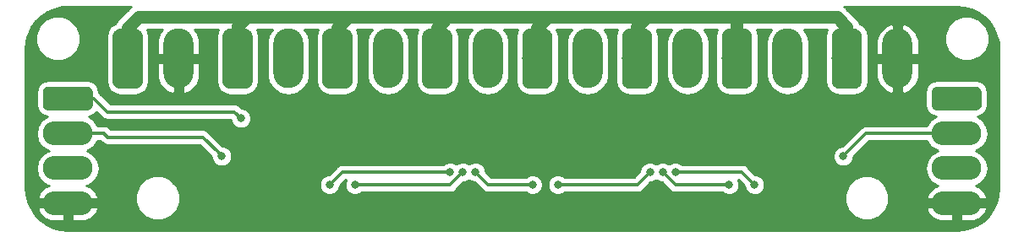
<source format=gbr>
G04 #@! TF.GenerationSoftware,KiCad,Pcbnew,(5.0.1-3-g963ef8bb5)*
G04 #@! TF.CreationDate,2020-01-09T21:08:13+01:00*
G04 #@! TF.ProjectId,WS2801_ledmodule_rev2,5753323830315F6C65646D6F64756C65,rev?*
G04 #@! TF.SameCoordinates,Original*
G04 #@! TF.FileFunction,Copper,L2,Bot,Signal*
G04 #@! TF.FilePolarity,Positive*
%FSLAX46Y46*%
G04 Gerber Fmt 4.6, Leading zero omitted, Abs format (unit mm)*
G04 Created by KiCad (PCBNEW (5.0.1-3-g963ef8bb5)) date Thursday, 09 January 2020 at 21:08:13*
%MOMM*%
%LPD*%
G01*
G04 APERTURE LIST*
G04 #@! TA.AperFunction,ComponentPad*
%ADD10O,5.000000X2.400000*%
G04 #@! TD*
G04 #@! TA.AperFunction,Conductor*
%ADD11C,0.100000*%
G04 #@! TD*
G04 #@! TA.AperFunction,ComponentPad*
%ADD12C,2.400000*%
G04 #@! TD*
G04 #@! TA.AperFunction,ComponentPad*
%ADD13O,3.000000X6.000000*%
G04 #@! TD*
G04 #@! TA.AperFunction,ComponentPad*
%ADD14C,3.000000*%
G04 #@! TD*
G04 #@! TA.AperFunction,ViaPad*
%ADD15C,0.800000*%
G04 #@! TD*
G04 #@! TA.AperFunction,Conductor*
%ADD16C,0.300000*%
G04 #@! TD*
G04 #@! TA.AperFunction,Conductor*
%ADD17C,1.270000*%
G04 #@! TD*
G04 #@! TA.AperFunction,Conductor*
%ADD18C,0.254000*%
G04 #@! TD*
G04 APERTURE END LIST*
D10*
G04 #@! TO.P,GND   Dat   Clk   5V,4*
G04 #@! TO.N,GND*
X170000000Y-55500000D03*
G04 #@! TO.P,GND   Dat   Clk   5V,3*
G04 #@! TO.N,/Data_In*
X170000000Y-52000000D03*
G04 #@! TO.P,GND   Dat   Clk   5V,2*
G04 #@! TO.N,/Clock_In*
X170000000Y-48500000D03*
D11*
G04 #@! TD*
G04 #@! TO.N,/Vcc*
G04 #@! TO.C,GND   Dat   Clk   5V*
G36*
X171958810Y-43802889D02*
X172017054Y-43811529D01*
X172074171Y-43825836D01*
X172129610Y-43845672D01*
X172182838Y-43870847D01*
X172233342Y-43901118D01*
X172280636Y-43936194D01*
X172324264Y-43975736D01*
X172363806Y-44019364D01*
X172398882Y-44066658D01*
X172429153Y-44117162D01*
X172454328Y-44170390D01*
X172474164Y-44225829D01*
X172488471Y-44282946D01*
X172497111Y-44341190D01*
X172500000Y-44400000D01*
X172500000Y-45600000D01*
X172497111Y-45658810D01*
X172488471Y-45717054D01*
X172474164Y-45774171D01*
X172454328Y-45829610D01*
X172429153Y-45882838D01*
X172398882Y-45933342D01*
X172363806Y-45980636D01*
X172324264Y-46024264D01*
X172280636Y-46063806D01*
X172233342Y-46098882D01*
X172182838Y-46129153D01*
X172129610Y-46154328D01*
X172074171Y-46174164D01*
X172017054Y-46188471D01*
X171958810Y-46197111D01*
X171900000Y-46200000D01*
X168100000Y-46200000D01*
X168041190Y-46197111D01*
X167982946Y-46188471D01*
X167925829Y-46174164D01*
X167870390Y-46154328D01*
X167817162Y-46129153D01*
X167766658Y-46098882D01*
X167719364Y-46063806D01*
X167675736Y-46024264D01*
X167636194Y-45980636D01*
X167601118Y-45933342D01*
X167570847Y-45882838D01*
X167545672Y-45829610D01*
X167525836Y-45774171D01*
X167511529Y-45717054D01*
X167502889Y-45658810D01*
X167500000Y-45600000D01*
X167500000Y-44400000D01*
X167502889Y-44341190D01*
X167511529Y-44282946D01*
X167525836Y-44225829D01*
X167545672Y-44170390D01*
X167570847Y-44117162D01*
X167601118Y-44066658D01*
X167636194Y-44019364D01*
X167675736Y-43975736D01*
X167719364Y-43936194D01*
X167766658Y-43901118D01*
X167817162Y-43870847D01*
X167870390Y-43845672D01*
X167925829Y-43825836D01*
X167982946Y-43811529D01*
X168041190Y-43802889D01*
X168100000Y-43800000D01*
X171900000Y-43800000D01*
X171958810Y-43802889D01*
X171958810Y-43802889D01*
G37*
D12*
G04 #@! TO.P,GND   Dat   Clk   5V,1*
G04 #@! TO.N,/Vcc*
X170000000Y-45000000D03*
G04 #@! TD*
D10*
G04 #@! TO.P,5V   Clk   Dat   GND,4*
G04 #@! TO.N,GND*
X259000000Y-55500000D03*
G04 #@! TO.P,5V   Clk   Dat   GND,3*
G04 #@! TO.N,/Data_Out*
X259000000Y-52000000D03*
G04 #@! TO.P,5V   Clk   Dat   GND,2*
G04 #@! TO.N,/Clock_Out*
X259000000Y-48500000D03*
D11*
G04 #@! TD*
G04 #@! TO.N,/Vcc*
G04 #@! TO.C,5V   Clk   Dat   GND*
G36*
X260958810Y-43802889D02*
X261017054Y-43811529D01*
X261074171Y-43825836D01*
X261129610Y-43845672D01*
X261182838Y-43870847D01*
X261233342Y-43901118D01*
X261280636Y-43936194D01*
X261324264Y-43975736D01*
X261363806Y-44019364D01*
X261398882Y-44066658D01*
X261429153Y-44117162D01*
X261454328Y-44170390D01*
X261474164Y-44225829D01*
X261488471Y-44282946D01*
X261497111Y-44341190D01*
X261500000Y-44400000D01*
X261500000Y-45600000D01*
X261497111Y-45658810D01*
X261488471Y-45717054D01*
X261474164Y-45774171D01*
X261454328Y-45829610D01*
X261429153Y-45882838D01*
X261398882Y-45933342D01*
X261363806Y-45980636D01*
X261324264Y-46024264D01*
X261280636Y-46063806D01*
X261233342Y-46098882D01*
X261182838Y-46129153D01*
X261129610Y-46154328D01*
X261074171Y-46174164D01*
X261017054Y-46188471D01*
X260958810Y-46197111D01*
X260900000Y-46200000D01*
X257100000Y-46200000D01*
X257041190Y-46197111D01*
X256982946Y-46188471D01*
X256925829Y-46174164D01*
X256870390Y-46154328D01*
X256817162Y-46129153D01*
X256766658Y-46098882D01*
X256719364Y-46063806D01*
X256675736Y-46024264D01*
X256636194Y-45980636D01*
X256601118Y-45933342D01*
X256570847Y-45882838D01*
X256545672Y-45829610D01*
X256525836Y-45774171D01*
X256511529Y-45717054D01*
X256502889Y-45658810D01*
X256500000Y-45600000D01*
X256500000Y-44400000D01*
X256502889Y-44341190D01*
X256511529Y-44282946D01*
X256525836Y-44225829D01*
X256545672Y-44170390D01*
X256570847Y-44117162D01*
X256601118Y-44066658D01*
X256636194Y-44019364D01*
X256675736Y-43975736D01*
X256719364Y-43936194D01*
X256766658Y-43901118D01*
X256817162Y-43870847D01*
X256870390Y-43845672D01*
X256925829Y-43825836D01*
X256982946Y-43811529D01*
X257041190Y-43802889D01*
X257100000Y-43800000D01*
X260900000Y-43800000D01*
X260958810Y-43802889D01*
X260958810Y-43802889D01*
G37*
D12*
G04 #@! TO.P,5V   Clk   Dat   GND,1*
G04 #@! TO.N,/Vcc*
X259000000Y-45000000D03*
G04 #@! TD*
D13*
G04 #@! TO.P,+12V    LED3,2*
G04 #@! TO.N,Net-(J4-Pad2)*
X212080000Y-41000000D03*
D11*
G04 #@! TD*
G04 #@! TO.N,+12V*
G04 #@! TO.C,+12V    LED3*
G36*
X207823513Y-38003611D02*
X207896318Y-38014411D01*
X207967714Y-38032295D01*
X208037013Y-38057090D01*
X208103548Y-38088559D01*
X208166678Y-38126398D01*
X208225795Y-38170242D01*
X208280330Y-38219670D01*
X208329758Y-38274205D01*
X208373602Y-38333322D01*
X208411441Y-38396452D01*
X208442910Y-38462987D01*
X208467705Y-38532286D01*
X208485589Y-38603682D01*
X208496389Y-38676487D01*
X208500000Y-38750000D01*
X208500000Y-43250000D01*
X208496389Y-43323513D01*
X208485589Y-43396318D01*
X208467705Y-43467714D01*
X208442910Y-43537013D01*
X208411441Y-43603548D01*
X208373602Y-43666678D01*
X208329758Y-43725795D01*
X208280330Y-43780330D01*
X208225795Y-43829758D01*
X208166678Y-43873602D01*
X208103548Y-43911441D01*
X208037013Y-43942910D01*
X207967714Y-43967705D01*
X207896318Y-43985589D01*
X207823513Y-43996389D01*
X207750000Y-44000000D01*
X206250000Y-44000000D01*
X206176487Y-43996389D01*
X206103682Y-43985589D01*
X206032286Y-43967705D01*
X205962987Y-43942910D01*
X205896452Y-43911441D01*
X205833322Y-43873602D01*
X205774205Y-43829758D01*
X205719670Y-43780330D01*
X205670242Y-43725795D01*
X205626398Y-43666678D01*
X205588559Y-43603548D01*
X205557090Y-43537013D01*
X205532295Y-43467714D01*
X205514411Y-43396318D01*
X205503611Y-43323513D01*
X205500000Y-43250000D01*
X205500000Y-38750000D01*
X205503611Y-38676487D01*
X205514411Y-38603682D01*
X205532295Y-38532286D01*
X205557090Y-38462987D01*
X205588559Y-38396452D01*
X205626398Y-38333322D01*
X205670242Y-38274205D01*
X205719670Y-38219670D01*
X205774205Y-38170242D01*
X205833322Y-38126398D01*
X205896452Y-38088559D01*
X205962987Y-38057090D01*
X206032286Y-38032295D01*
X206103682Y-38014411D01*
X206176487Y-38003611D01*
X206250000Y-38000000D01*
X207750000Y-38000000D01*
X207823513Y-38003611D01*
X207823513Y-38003611D01*
G37*
D14*
G04 #@! TO.P,+12V    LED3,1*
G04 #@! TO.N,+12V*
X207000000Y-41000000D03*
G04 #@! TD*
D11*
G04 #@! TO.N,+12V*
G04 #@! TO.C,+12V    LED2*
G36*
X197823513Y-38003611D02*
X197896318Y-38014411D01*
X197967714Y-38032295D01*
X198037013Y-38057090D01*
X198103548Y-38088559D01*
X198166678Y-38126398D01*
X198225795Y-38170242D01*
X198280330Y-38219670D01*
X198329758Y-38274205D01*
X198373602Y-38333322D01*
X198411441Y-38396452D01*
X198442910Y-38462987D01*
X198467705Y-38532286D01*
X198485589Y-38603682D01*
X198496389Y-38676487D01*
X198500000Y-38750000D01*
X198500000Y-43250000D01*
X198496389Y-43323513D01*
X198485589Y-43396318D01*
X198467705Y-43467714D01*
X198442910Y-43537013D01*
X198411441Y-43603548D01*
X198373602Y-43666678D01*
X198329758Y-43725795D01*
X198280330Y-43780330D01*
X198225795Y-43829758D01*
X198166678Y-43873602D01*
X198103548Y-43911441D01*
X198037013Y-43942910D01*
X197967714Y-43967705D01*
X197896318Y-43985589D01*
X197823513Y-43996389D01*
X197750000Y-44000000D01*
X196250000Y-44000000D01*
X196176487Y-43996389D01*
X196103682Y-43985589D01*
X196032286Y-43967705D01*
X195962987Y-43942910D01*
X195896452Y-43911441D01*
X195833322Y-43873602D01*
X195774205Y-43829758D01*
X195719670Y-43780330D01*
X195670242Y-43725795D01*
X195626398Y-43666678D01*
X195588559Y-43603548D01*
X195557090Y-43537013D01*
X195532295Y-43467714D01*
X195514411Y-43396318D01*
X195503611Y-43323513D01*
X195500000Y-43250000D01*
X195500000Y-38750000D01*
X195503611Y-38676487D01*
X195514411Y-38603682D01*
X195532295Y-38532286D01*
X195557090Y-38462987D01*
X195588559Y-38396452D01*
X195626398Y-38333322D01*
X195670242Y-38274205D01*
X195719670Y-38219670D01*
X195774205Y-38170242D01*
X195833322Y-38126398D01*
X195896452Y-38088559D01*
X195962987Y-38057090D01*
X196032286Y-38032295D01*
X196103682Y-38014411D01*
X196176487Y-38003611D01*
X196250000Y-38000000D01*
X197750000Y-38000000D01*
X197823513Y-38003611D01*
X197823513Y-38003611D01*
G37*
D14*
G04 #@! TD*
G04 #@! TO.P,+12V    LED2,1*
G04 #@! TO.N,+12V*
X197000000Y-41000000D03*
D13*
G04 #@! TO.P,+12V    LED2,2*
G04 #@! TO.N,Net-(J3-Pad2)*
X202080000Y-41000000D03*
G04 #@! TD*
D11*
G04 #@! TO.N,+12V*
G04 #@! TO.C,+12V    GND*
G36*
X176823513Y-38003611D02*
X176896318Y-38014411D01*
X176967714Y-38032295D01*
X177037013Y-38057090D01*
X177103548Y-38088559D01*
X177166678Y-38126398D01*
X177225795Y-38170242D01*
X177280330Y-38219670D01*
X177329758Y-38274205D01*
X177373602Y-38333322D01*
X177411441Y-38396452D01*
X177442910Y-38462987D01*
X177467705Y-38532286D01*
X177485589Y-38603682D01*
X177496389Y-38676487D01*
X177500000Y-38750000D01*
X177500000Y-43250000D01*
X177496389Y-43323513D01*
X177485589Y-43396318D01*
X177467705Y-43467714D01*
X177442910Y-43537013D01*
X177411441Y-43603548D01*
X177373602Y-43666678D01*
X177329758Y-43725795D01*
X177280330Y-43780330D01*
X177225795Y-43829758D01*
X177166678Y-43873602D01*
X177103548Y-43911441D01*
X177037013Y-43942910D01*
X176967714Y-43967705D01*
X176896318Y-43985589D01*
X176823513Y-43996389D01*
X176750000Y-44000000D01*
X175250000Y-44000000D01*
X175176487Y-43996389D01*
X175103682Y-43985589D01*
X175032286Y-43967705D01*
X174962987Y-43942910D01*
X174896452Y-43911441D01*
X174833322Y-43873602D01*
X174774205Y-43829758D01*
X174719670Y-43780330D01*
X174670242Y-43725795D01*
X174626398Y-43666678D01*
X174588559Y-43603548D01*
X174557090Y-43537013D01*
X174532295Y-43467714D01*
X174514411Y-43396318D01*
X174503611Y-43323513D01*
X174500000Y-43250000D01*
X174500000Y-38750000D01*
X174503611Y-38676487D01*
X174514411Y-38603682D01*
X174532295Y-38532286D01*
X174557090Y-38462987D01*
X174588559Y-38396452D01*
X174626398Y-38333322D01*
X174670242Y-38274205D01*
X174719670Y-38219670D01*
X174774205Y-38170242D01*
X174833322Y-38126398D01*
X174896452Y-38088559D01*
X174962987Y-38057090D01*
X175032286Y-38032295D01*
X175103682Y-38014411D01*
X175176487Y-38003611D01*
X175250000Y-38000000D01*
X176750000Y-38000000D01*
X176823513Y-38003611D01*
X176823513Y-38003611D01*
G37*
D14*
G04 #@! TD*
G04 #@! TO.P,+12V    GND,1*
G04 #@! TO.N,+12V*
X176000000Y-41000000D03*
D13*
G04 #@! TO.P,+12V    GND,2*
G04 #@! TO.N,GND*
X181080000Y-41000000D03*
G04 #@! TD*
G04 #@! TO.P,+12V    LED1,2*
G04 #@! TO.N,Net-(J2-Pad2)*
X192080000Y-41000000D03*
D11*
G04 #@! TD*
G04 #@! TO.N,+12V*
G04 #@! TO.C,+12V    LED1*
G36*
X187823513Y-38003611D02*
X187896318Y-38014411D01*
X187967714Y-38032295D01*
X188037013Y-38057090D01*
X188103548Y-38088559D01*
X188166678Y-38126398D01*
X188225795Y-38170242D01*
X188280330Y-38219670D01*
X188329758Y-38274205D01*
X188373602Y-38333322D01*
X188411441Y-38396452D01*
X188442910Y-38462987D01*
X188467705Y-38532286D01*
X188485589Y-38603682D01*
X188496389Y-38676487D01*
X188500000Y-38750000D01*
X188500000Y-43250000D01*
X188496389Y-43323513D01*
X188485589Y-43396318D01*
X188467705Y-43467714D01*
X188442910Y-43537013D01*
X188411441Y-43603548D01*
X188373602Y-43666678D01*
X188329758Y-43725795D01*
X188280330Y-43780330D01*
X188225795Y-43829758D01*
X188166678Y-43873602D01*
X188103548Y-43911441D01*
X188037013Y-43942910D01*
X187967714Y-43967705D01*
X187896318Y-43985589D01*
X187823513Y-43996389D01*
X187750000Y-44000000D01*
X186250000Y-44000000D01*
X186176487Y-43996389D01*
X186103682Y-43985589D01*
X186032286Y-43967705D01*
X185962987Y-43942910D01*
X185896452Y-43911441D01*
X185833322Y-43873602D01*
X185774205Y-43829758D01*
X185719670Y-43780330D01*
X185670242Y-43725795D01*
X185626398Y-43666678D01*
X185588559Y-43603548D01*
X185557090Y-43537013D01*
X185532295Y-43467714D01*
X185514411Y-43396318D01*
X185503611Y-43323513D01*
X185500000Y-43250000D01*
X185500000Y-38750000D01*
X185503611Y-38676487D01*
X185514411Y-38603682D01*
X185532295Y-38532286D01*
X185557090Y-38462987D01*
X185588559Y-38396452D01*
X185626398Y-38333322D01*
X185670242Y-38274205D01*
X185719670Y-38219670D01*
X185774205Y-38170242D01*
X185833322Y-38126398D01*
X185896452Y-38088559D01*
X185962987Y-38057090D01*
X186032286Y-38032295D01*
X186103682Y-38014411D01*
X186176487Y-38003611D01*
X186250000Y-38000000D01*
X187750000Y-38000000D01*
X187823513Y-38003611D01*
X187823513Y-38003611D01*
G37*
D14*
G04 #@! TO.P,+12V    LED1,1*
G04 #@! TO.N,+12V*
X187000000Y-41000000D03*
G04 #@! TD*
D11*
G04 #@! TO.N,+12V*
G04 #@! TO.C,+12V    LED4*
G36*
X217823513Y-38003611D02*
X217896318Y-38014411D01*
X217967714Y-38032295D01*
X218037013Y-38057090D01*
X218103548Y-38088559D01*
X218166678Y-38126398D01*
X218225795Y-38170242D01*
X218280330Y-38219670D01*
X218329758Y-38274205D01*
X218373602Y-38333322D01*
X218411441Y-38396452D01*
X218442910Y-38462987D01*
X218467705Y-38532286D01*
X218485589Y-38603682D01*
X218496389Y-38676487D01*
X218500000Y-38750000D01*
X218500000Y-43250000D01*
X218496389Y-43323513D01*
X218485589Y-43396318D01*
X218467705Y-43467714D01*
X218442910Y-43537013D01*
X218411441Y-43603548D01*
X218373602Y-43666678D01*
X218329758Y-43725795D01*
X218280330Y-43780330D01*
X218225795Y-43829758D01*
X218166678Y-43873602D01*
X218103548Y-43911441D01*
X218037013Y-43942910D01*
X217967714Y-43967705D01*
X217896318Y-43985589D01*
X217823513Y-43996389D01*
X217750000Y-44000000D01*
X216250000Y-44000000D01*
X216176487Y-43996389D01*
X216103682Y-43985589D01*
X216032286Y-43967705D01*
X215962987Y-43942910D01*
X215896452Y-43911441D01*
X215833322Y-43873602D01*
X215774205Y-43829758D01*
X215719670Y-43780330D01*
X215670242Y-43725795D01*
X215626398Y-43666678D01*
X215588559Y-43603548D01*
X215557090Y-43537013D01*
X215532295Y-43467714D01*
X215514411Y-43396318D01*
X215503611Y-43323513D01*
X215500000Y-43250000D01*
X215500000Y-38750000D01*
X215503611Y-38676487D01*
X215514411Y-38603682D01*
X215532295Y-38532286D01*
X215557090Y-38462987D01*
X215588559Y-38396452D01*
X215626398Y-38333322D01*
X215670242Y-38274205D01*
X215719670Y-38219670D01*
X215774205Y-38170242D01*
X215833322Y-38126398D01*
X215896452Y-38088559D01*
X215962987Y-38057090D01*
X216032286Y-38032295D01*
X216103682Y-38014411D01*
X216176487Y-38003611D01*
X216250000Y-38000000D01*
X217750000Y-38000000D01*
X217823513Y-38003611D01*
X217823513Y-38003611D01*
G37*
D14*
G04 #@! TD*
G04 #@! TO.P,+12V    LED4,1*
G04 #@! TO.N,+12V*
X217000000Y-41000000D03*
D13*
G04 #@! TO.P,+12V    LED4,2*
G04 #@! TO.N,Net-(J5-Pad2)*
X222080000Y-41000000D03*
G04 #@! TD*
G04 #@! TO.P,+12V    LED5,2*
G04 #@! TO.N,Net-(J6-Pad2)*
X232080000Y-41000000D03*
D11*
G04 #@! TD*
G04 #@! TO.N,+12V*
G04 #@! TO.C,+12V    LED5*
G36*
X227823513Y-38003611D02*
X227896318Y-38014411D01*
X227967714Y-38032295D01*
X228037013Y-38057090D01*
X228103548Y-38088559D01*
X228166678Y-38126398D01*
X228225795Y-38170242D01*
X228280330Y-38219670D01*
X228329758Y-38274205D01*
X228373602Y-38333322D01*
X228411441Y-38396452D01*
X228442910Y-38462987D01*
X228467705Y-38532286D01*
X228485589Y-38603682D01*
X228496389Y-38676487D01*
X228500000Y-38750000D01*
X228500000Y-43250000D01*
X228496389Y-43323513D01*
X228485589Y-43396318D01*
X228467705Y-43467714D01*
X228442910Y-43537013D01*
X228411441Y-43603548D01*
X228373602Y-43666678D01*
X228329758Y-43725795D01*
X228280330Y-43780330D01*
X228225795Y-43829758D01*
X228166678Y-43873602D01*
X228103548Y-43911441D01*
X228037013Y-43942910D01*
X227967714Y-43967705D01*
X227896318Y-43985589D01*
X227823513Y-43996389D01*
X227750000Y-44000000D01*
X226250000Y-44000000D01*
X226176487Y-43996389D01*
X226103682Y-43985589D01*
X226032286Y-43967705D01*
X225962987Y-43942910D01*
X225896452Y-43911441D01*
X225833322Y-43873602D01*
X225774205Y-43829758D01*
X225719670Y-43780330D01*
X225670242Y-43725795D01*
X225626398Y-43666678D01*
X225588559Y-43603548D01*
X225557090Y-43537013D01*
X225532295Y-43467714D01*
X225514411Y-43396318D01*
X225503611Y-43323513D01*
X225500000Y-43250000D01*
X225500000Y-38750000D01*
X225503611Y-38676487D01*
X225514411Y-38603682D01*
X225532295Y-38532286D01*
X225557090Y-38462987D01*
X225588559Y-38396452D01*
X225626398Y-38333322D01*
X225670242Y-38274205D01*
X225719670Y-38219670D01*
X225774205Y-38170242D01*
X225833322Y-38126398D01*
X225896452Y-38088559D01*
X225962987Y-38057090D01*
X226032286Y-38032295D01*
X226103682Y-38014411D01*
X226176487Y-38003611D01*
X226250000Y-38000000D01*
X227750000Y-38000000D01*
X227823513Y-38003611D01*
X227823513Y-38003611D01*
G37*
D14*
G04 #@! TO.P,+12V    LED5,1*
G04 #@! TO.N,+12V*
X227000000Y-41000000D03*
G04 #@! TD*
D11*
G04 #@! TO.N,+12V*
G04 #@! TO.C,+12V    LED6*
G36*
X237823513Y-38003611D02*
X237896318Y-38014411D01*
X237967714Y-38032295D01*
X238037013Y-38057090D01*
X238103548Y-38088559D01*
X238166678Y-38126398D01*
X238225795Y-38170242D01*
X238280330Y-38219670D01*
X238329758Y-38274205D01*
X238373602Y-38333322D01*
X238411441Y-38396452D01*
X238442910Y-38462987D01*
X238467705Y-38532286D01*
X238485589Y-38603682D01*
X238496389Y-38676487D01*
X238500000Y-38750000D01*
X238500000Y-43250000D01*
X238496389Y-43323513D01*
X238485589Y-43396318D01*
X238467705Y-43467714D01*
X238442910Y-43537013D01*
X238411441Y-43603548D01*
X238373602Y-43666678D01*
X238329758Y-43725795D01*
X238280330Y-43780330D01*
X238225795Y-43829758D01*
X238166678Y-43873602D01*
X238103548Y-43911441D01*
X238037013Y-43942910D01*
X237967714Y-43967705D01*
X237896318Y-43985589D01*
X237823513Y-43996389D01*
X237750000Y-44000000D01*
X236250000Y-44000000D01*
X236176487Y-43996389D01*
X236103682Y-43985589D01*
X236032286Y-43967705D01*
X235962987Y-43942910D01*
X235896452Y-43911441D01*
X235833322Y-43873602D01*
X235774205Y-43829758D01*
X235719670Y-43780330D01*
X235670242Y-43725795D01*
X235626398Y-43666678D01*
X235588559Y-43603548D01*
X235557090Y-43537013D01*
X235532295Y-43467714D01*
X235514411Y-43396318D01*
X235503611Y-43323513D01*
X235500000Y-43250000D01*
X235500000Y-38750000D01*
X235503611Y-38676487D01*
X235514411Y-38603682D01*
X235532295Y-38532286D01*
X235557090Y-38462987D01*
X235588559Y-38396452D01*
X235626398Y-38333322D01*
X235670242Y-38274205D01*
X235719670Y-38219670D01*
X235774205Y-38170242D01*
X235833322Y-38126398D01*
X235896452Y-38088559D01*
X235962987Y-38057090D01*
X236032286Y-38032295D01*
X236103682Y-38014411D01*
X236176487Y-38003611D01*
X236250000Y-38000000D01*
X237750000Y-38000000D01*
X237823513Y-38003611D01*
X237823513Y-38003611D01*
G37*
D14*
G04 #@! TD*
G04 #@! TO.P,+12V    LED6,1*
G04 #@! TO.N,+12V*
X237000000Y-41000000D03*
D13*
G04 #@! TO.P,+12V    LED6,2*
G04 #@! TO.N,Net-(J7-Pad2)*
X242080000Y-41000000D03*
G04 #@! TD*
G04 #@! TO.P,+12V    GND,2*
G04 #@! TO.N,GND*
X253080000Y-41000000D03*
D11*
G04 #@! TD*
G04 #@! TO.N,+12V*
G04 #@! TO.C,+12V    GND*
G36*
X248823513Y-38003611D02*
X248896318Y-38014411D01*
X248967714Y-38032295D01*
X249037013Y-38057090D01*
X249103548Y-38088559D01*
X249166678Y-38126398D01*
X249225795Y-38170242D01*
X249280330Y-38219670D01*
X249329758Y-38274205D01*
X249373602Y-38333322D01*
X249411441Y-38396452D01*
X249442910Y-38462987D01*
X249467705Y-38532286D01*
X249485589Y-38603682D01*
X249496389Y-38676487D01*
X249500000Y-38750000D01*
X249500000Y-43250000D01*
X249496389Y-43323513D01*
X249485589Y-43396318D01*
X249467705Y-43467714D01*
X249442910Y-43537013D01*
X249411441Y-43603548D01*
X249373602Y-43666678D01*
X249329758Y-43725795D01*
X249280330Y-43780330D01*
X249225795Y-43829758D01*
X249166678Y-43873602D01*
X249103548Y-43911441D01*
X249037013Y-43942910D01*
X248967714Y-43967705D01*
X248896318Y-43985589D01*
X248823513Y-43996389D01*
X248750000Y-44000000D01*
X247250000Y-44000000D01*
X247176487Y-43996389D01*
X247103682Y-43985589D01*
X247032286Y-43967705D01*
X246962987Y-43942910D01*
X246896452Y-43911441D01*
X246833322Y-43873602D01*
X246774205Y-43829758D01*
X246719670Y-43780330D01*
X246670242Y-43725795D01*
X246626398Y-43666678D01*
X246588559Y-43603548D01*
X246557090Y-43537013D01*
X246532295Y-43467714D01*
X246514411Y-43396318D01*
X246503611Y-43323513D01*
X246500000Y-43250000D01*
X246500000Y-38750000D01*
X246503611Y-38676487D01*
X246514411Y-38603682D01*
X246532295Y-38532286D01*
X246557090Y-38462987D01*
X246588559Y-38396452D01*
X246626398Y-38333322D01*
X246670242Y-38274205D01*
X246719670Y-38219670D01*
X246774205Y-38170242D01*
X246833322Y-38126398D01*
X246896452Y-38088559D01*
X246962987Y-38057090D01*
X247032286Y-38032295D01*
X247103682Y-38014411D01*
X247176487Y-38003611D01*
X247250000Y-38000000D01*
X248750000Y-38000000D01*
X248823513Y-38003611D01*
X248823513Y-38003611D01*
G37*
D14*
G04 #@! TO.P,+12V    GND,1*
G04 #@! TO.N,+12V*
X248000000Y-41000000D03*
G04 #@! TD*
D15*
G04 #@! TO.N,GND*
X234950000Y-50482500D03*
X215265000Y-50482500D03*
X217805000Y-50482500D03*
X237490000Y-50482500D03*
X194945000Y-50482500D03*
X200977500Y-47625000D03*
X197485000Y-50482500D03*
X221297500Y-47625000D03*
X233045000Y-47625000D03*
X240982500Y-47625000D03*
X232092500Y-55880000D03*
X212090000Y-55880000D03*
X187325000Y-45402500D03*
X187325000Y-48577500D03*
X185420000Y-52705000D03*
X213677500Y-47625000D03*
X182880000Y-45085000D03*
X178435000Y-47625000D03*
X178435000Y-45085000D03*
G04 #@! TO.N,/Clock_In*
X185420000Y-50800000D03*
G04 #@! TO.N,/LED3*
X210820000Y-52387500D03*
X216535000Y-53657500D03*
G04 #@! TO.N,/LED2*
X209550000Y-52387496D03*
X198755000Y-53657500D03*
G04 #@! TO.N,/LED1*
X208280000Y-52387500D03*
X196215000Y-53657500D03*
G04 #@! TO.N,/LED4*
X219075000Y-53657500D03*
X228282500Y-52387500D03*
G04 #@! TO.N,/LED5*
X236220000Y-53657500D03*
X229552500Y-52387500D03*
G04 #@! TO.N,/LED6*
X238760000Y-53657500D03*
X230822500Y-52387500D03*
G04 #@! TO.N,/Vcc*
X187325000Y-46990000D03*
G04 #@! TO.N,/Clock_Out*
X247650000Y-50799988D03*
G04 #@! TD*
D16*
G04 #@! TO.N,/Clock_In*
X185020001Y-50400001D02*
X185420000Y-50800000D01*
X183515000Y-48895000D02*
X185020001Y-50400001D01*
X173990000Y-48895000D02*
X183515000Y-48895000D01*
X173595000Y-48500000D02*
X173990000Y-48895000D01*
X170000000Y-48500000D02*
X173595000Y-48500000D01*
G04 #@! TO.N,/LED3*
X212090000Y-53657500D02*
X210820000Y-52387500D01*
X216535000Y-53657500D02*
X212090000Y-53657500D01*
G04 #@! TO.N,/LED2*
X208279996Y-53657500D02*
X209550000Y-52387496D01*
X198755000Y-53657500D02*
X208279996Y-53657500D01*
G04 #@! TO.N,/LED1*
X197485000Y-52387500D02*
X196215000Y-53657500D01*
X208280000Y-52387500D02*
X197485000Y-52387500D01*
G04 #@! TO.N,/LED4*
X219075000Y-53657500D02*
X227012500Y-53657500D01*
X227012500Y-53657500D02*
X228282500Y-52387500D01*
G04 #@! TO.N,/LED5*
X230822500Y-53657500D02*
X229552500Y-52387500D01*
X236220000Y-53657500D02*
X230822500Y-53657500D01*
G04 #@! TO.N,/LED6*
X237490000Y-52387500D02*
X238760000Y-53657500D01*
X230822500Y-52387500D02*
X237490000Y-52387500D01*
D17*
G04 #@! TO.N,+12V*
X248000000Y-37815000D02*
X248000000Y-41000000D01*
X247015000Y-36830000D02*
X248000000Y-37815000D01*
X237000000Y-41000000D02*
X237000000Y-36975000D01*
X237000000Y-36975000D02*
X236855000Y-36830000D01*
X236855000Y-36830000D02*
X247015000Y-36830000D01*
X227000000Y-37795000D02*
X227965000Y-36830000D01*
X227000000Y-41000000D02*
X227000000Y-37795000D01*
X227965000Y-36830000D02*
X236855000Y-36830000D01*
X217805000Y-37095000D02*
X217805000Y-36830000D01*
X217000000Y-37900000D02*
X217805000Y-37095000D01*
X217000000Y-41000000D02*
X217000000Y-37900000D01*
X217805000Y-36830000D02*
X227965000Y-36830000D01*
X207000000Y-37900000D02*
X207645000Y-37255000D01*
X207000000Y-41000000D02*
X207000000Y-37900000D01*
X207645000Y-36830000D02*
X217805000Y-36830000D01*
X207645000Y-37255000D02*
X207645000Y-36830000D01*
X198070000Y-36830000D02*
X198120000Y-36830000D01*
X197000000Y-37900000D02*
X198070000Y-36830000D01*
X197000000Y-41000000D02*
X197000000Y-37900000D01*
X198120000Y-36830000D02*
X207645000Y-36830000D01*
X187325000Y-36830000D02*
X198120000Y-36830000D01*
X187000000Y-37775000D02*
X187000000Y-41000000D01*
X187960000Y-36830000D02*
X187000000Y-37775000D01*
X177070000Y-36830000D02*
X187960000Y-36830000D01*
X176000000Y-37900000D02*
X177070000Y-36830000D01*
X176000000Y-41000000D02*
X176000000Y-37900000D01*
D16*
G04 #@! TO.N,/Vcc*
X186690000Y-46355000D02*
X187325000Y-46990000D01*
X173990000Y-46355000D02*
X186690000Y-46355000D01*
X172635000Y-45000000D02*
X173990000Y-46355000D01*
X170000000Y-45000000D02*
X172635000Y-45000000D01*
G04 #@! TO.N,/Clock_Out*
X259000000Y-48500000D02*
X249949988Y-48500000D01*
X249949988Y-48500000D02*
X248049999Y-50399989D01*
X248049999Y-50399989D02*
X247650000Y-50799988D01*
G04 #@! TD*
D18*
G04 #@! TO.N,GND*
G36*
X176269914Y-35837186D02*
X176154382Y-35914382D01*
X176083530Y-36020419D01*
X175190419Y-36913531D01*
X175084383Y-36984382D01*
X175013532Y-37090418D01*
X175013530Y-37090420D01*
X174803688Y-37404471D01*
X174796053Y-37442856D01*
X174715223Y-37458934D01*
X174261861Y-37761861D01*
X173958934Y-38215223D01*
X173852560Y-38750000D01*
X173852560Y-43250000D01*
X173958934Y-43784777D01*
X174261861Y-44238139D01*
X174715223Y-44541066D01*
X175250000Y-44647440D01*
X176750000Y-44647440D01*
X177284777Y-44541066D01*
X177738139Y-44238139D01*
X178041066Y-43784777D01*
X178147440Y-43250000D01*
X178147440Y-41381000D01*
X178945000Y-41381000D01*
X178945000Y-42881000D01*
X179253320Y-43669027D01*
X179839735Y-44279080D01*
X180375064Y-44515264D01*
X180699000Y-44439176D01*
X180699000Y-41381000D01*
X181461000Y-41381000D01*
X181461000Y-44439176D01*
X181784936Y-44515264D01*
X182320265Y-44279080D01*
X182906680Y-43669027D01*
X183215000Y-42881000D01*
X183215000Y-41381000D01*
X181461000Y-41381000D01*
X180699000Y-41381000D01*
X178945000Y-41381000D01*
X178147440Y-41381000D01*
X178147440Y-38750000D01*
X178041066Y-38215223D01*
X177964076Y-38100000D01*
X179475343Y-38100000D01*
X179253320Y-38330973D01*
X178945000Y-39119000D01*
X178945000Y-40619000D01*
X180699000Y-40619000D01*
X180699000Y-40599000D01*
X181461000Y-40599000D01*
X181461000Y-40619000D01*
X183215000Y-40619000D01*
X183215000Y-39119000D01*
X182906680Y-38330973D01*
X182684657Y-38100000D01*
X185035924Y-38100000D01*
X184958934Y-38215223D01*
X184852560Y-38750000D01*
X184852560Y-43250000D01*
X184958934Y-43784777D01*
X185261861Y-44238139D01*
X185715223Y-44541066D01*
X186250000Y-44647440D01*
X187750000Y-44647440D01*
X188284777Y-44541066D01*
X188738139Y-44238139D01*
X189041066Y-43784777D01*
X189147440Y-43250000D01*
X189147440Y-38750000D01*
X189041066Y-38215223D01*
X188964076Y-38100000D01*
X190447708Y-38100000D01*
X190068874Y-38666965D01*
X189945000Y-39289722D01*
X189945000Y-42710279D01*
X190068875Y-43333036D01*
X190540752Y-44039249D01*
X191246965Y-44511126D01*
X192080000Y-44676827D01*
X192913036Y-44511126D01*
X193619249Y-44039249D01*
X194091126Y-43333036D01*
X194215000Y-42710279D01*
X194215000Y-39289721D01*
X194091126Y-38666964D01*
X193712292Y-38100000D01*
X195035924Y-38100000D01*
X194958934Y-38215223D01*
X194852560Y-38750000D01*
X194852560Y-43250000D01*
X194958934Y-43784777D01*
X195261861Y-44238139D01*
X195715223Y-44541066D01*
X196250000Y-44647440D01*
X197750000Y-44647440D01*
X198284777Y-44541066D01*
X198738139Y-44238139D01*
X199041066Y-43784777D01*
X199147440Y-43250000D01*
X199147440Y-38750000D01*
X199041066Y-38215223D01*
X198964076Y-38100000D01*
X200447708Y-38100000D01*
X200068874Y-38666965D01*
X199945000Y-39289722D01*
X199945000Y-42710279D01*
X200068875Y-43333036D01*
X200540752Y-44039249D01*
X201246965Y-44511126D01*
X202080000Y-44676827D01*
X202913036Y-44511126D01*
X203619249Y-44039249D01*
X204091126Y-43333036D01*
X204215000Y-42710279D01*
X204215000Y-39289721D01*
X204091126Y-38666964D01*
X203712292Y-38100000D01*
X205035924Y-38100000D01*
X204958934Y-38215223D01*
X204852560Y-38750000D01*
X204852560Y-43250000D01*
X204958934Y-43784777D01*
X205261861Y-44238139D01*
X205715223Y-44541066D01*
X206250000Y-44647440D01*
X207750000Y-44647440D01*
X208284777Y-44541066D01*
X208738139Y-44238139D01*
X209041066Y-43784777D01*
X209147440Y-43250000D01*
X209147440Y-38750000D01*
X209041066Y-38215223D01*
X208964076Y-38100000D01*
X210447708Y-38100000D01*
X210068874Y-38666965D01*
X209945000Y-39289722D01*
X209945000Y-42710279D01*
X210068875Y-43333036D01*
X210540752Y-44039249D01*
X211246965Y-44511126D01*
X212080000Y-44676827D01*
X212913036Y-44511126D01*
X213619249Y-44039249D01*
X214091126Y-43333036D01*
X214215000Y-42710279D01*
X214215000Y-39289721D01*
X214091126Y-38666964D01*
X213712292Y-38100000D01*
X215035924Y-38100000D01*
X214958934Y-38215223D01*
X214852560Y-38750000D01*
X214852560Y-43250000D01*
X214958934Y-43784777D01*
X215261861Y-44238139D01*
X215715223Y-44541066D01*
X216250000Y-44647440D01*
X217750000Y-44647440D01*
X218284777Y-44541066D01*
X218738139Y-44238139D01*
X219041066Y-43784777D01*
X219147440Y-43250000D01*
X219147440Y-38750000D01*
X219041066Y-38215223D01*
X218964076Y-38100000D01*
X220447708Y-38100000D01*
X220068874Y-38666965D01*
X219945000Y-39289722D01*
X219945000Y-42710279D01*
X220068875Y-43333036D01*
X220540752Y-44039249D01*
X221246965Y-44511126D01*
X222080000Y-44676827D01*
X222913036Y-44511126D01*
X223619249Y-44039249D01*
X224091126Y-43333036D01*
X224215000Y-42710279D01*
X224215000Y-39289721D01*
X224091126Y-38666964D01*
X223712292Y-38100000D01*
X225035924Y-38100000D01*
X224958934Y-38215223D01*
X224852560Y-38750000D01*
X224852560Y-43250000D01*
X224958934Y-43784777D01*
X225261861Y-44238139D01*
X225715223Y-44541066D01*
X226250000Y-44647440D01*
X227750000Y-44647440D01*
X228284777Y-44541066D01*
X228738139Y-44238139D01*
X229041066Y-43784777D01*
X229147440Y-43250000D01*
X229147440Y-38750000D01*
X229041066Y-38215223D01*
X228964076Y-38100000D01*
X230447708Y-38100000D01*
X230068874Y-38666965D01*
X229945000Y-39289722D01*
X229945000Y-42710279D01*
X230068875Y-43333036D01*
X230540752Y-44039249D01*
X231246965Y-44511126D01*
X232080000Y-44676827D01*
X232913036Y-44511126D01*
X233619249Y-44039249D01*
X234091126Y-43333036D01*
X234215000Y-42710279D01*
X234215000Y-39289721D01*
X234091126Y-38666964D01*
X233712292Y-38100000D01*
X235035924Y-38100000D01*
X234958934Y-38215223D01*
X234852560Y-38750000D01*
X234852560Y-43250000D01*
X234958934Y-43784777D01*
X235261861Y-44238139D01*
X235715223Y-44541066D01*
X236250000Y-44647440D01*
X237750000Y-44647440D01*
X238284777Y-44541066D01*
X238738139Y-44238139D01*
X239041066Y-43784777D01*
X239147440Y-43250000D01*
X239147440Y-38750000D01*
X239041066Y-38215223D01*
X238964076Y-38100000D01*
X240447708Y-38100000D01*
X240068874Y-38666965D01*
X239945000Y-39289722D01*
X239945000Y-42710279D01*
X240068875Y-43333036D01*
X240540752Y-44039249D01*
X241246965Y-44511126D01*
X242080000Y-44676827D01*
X242913036Y-44511126D01*
X243619249Y-44039249D01*
X244091126Y-43333036D01*
X244215000Y-42710279D01*
X244215000Y-39289721D01*
X244091126Y-38666964D01*
X243712292Y-38100000D01*
X246035924Y-38100000D01*
X245958934Y-38215223D01*
X245852560Y-38750000D01*
X245852560Y-43250000D01*
X245958934Y-43784777D01*
X246261861Y-44238139D01*
X246715223Y-44541066D01*
X247250000Y-44647440D01*
X248750000Y-44647440D01*
X249284777Y-44541066D01*
X249738139Y-44238139D01*
X250041066Y-43784777D01*
X250147440Y-43250000D01*
X250147440Y-41381000D01*
X250945000Y-41381000D01*
X250945000Y-42881000D01*
X251253320Y-43669027D01*
X251839735Y-44279080D01*
X252375064Y-44515264D01*
X252699000Y-44439176D01*
X252699000Y-41381000D01*
X253461000Y-41381000D01*
X253461000Y-44439176D01*
X253784936Y-44515264D01*
X254320265Y-44279080D01*
X254906680Y-43669027D01*
X255215000Y-42881000D01*
X255215000Y-41381000D01*
X253461000Y-41381000D01*
X252699000Y-41381000D01*
X250945000Y-41381000D01*
X250147440Y-41381000D01*
X250147440Y-39119000D01*
X250945000Y-39119000D01*
X250945000Y-40619000D01*
X252699000Y-40619000D01*
X252699000Y-37560824D01*
X253461000Y-37560824D01*
X253461000Y-40619000D01*
X255215000Y-40619000D01*
X255215000Y-39119000D01*
X254994501Y-38555431D01*
X257765000Y-38555431D01*
X257765000Y-39444569D01*
X258105259Y-40266026D01*
X258733974Y-40894741D01*
X259555431Y-41235000D01*
X260444569Y-41235000D01*
X261266026Y-40894741D01*
X261894741Y-40266026D01*
X262235000Y-39444569D01*
X262235000Y-38555431D01*
X261894741Y-37733974D01*
X261266026Y-37105259D01*
X260444569Y-36765000D01*
X259555431Y-36765000D01*
X258733974Y-37105259D01*
X258105259Y-37733974D01*
X257765000Y-38555431D01*
X254994501Y-38555431D01*
X254906680Y-38330973D01*
X254320265Y-37720920D01*
X253784936Y-37484736D01*
X253461000Y-37560824D01*
X252699000Y-37560824D01*
X252375064Y-37484736D01*
X251839735Y-37720920D01*
X251253320Y-38330973D01*
X250945000Y-39119000D01*
X250147440Y-39119000D01*
X250147440Y-38750000D01*
X250041066Y-38215223D01*
X249738139Y-37761861D01*
X249284777Y-37458934D01*
X249221552Y-37446358D01*
X249196313Y-37319471D01*
X248915618Y-36899382D01*
X248809582Y-36828531D01*
X248001471Y-36020421D01*
X247930618Y-35914382D01*
X247736985Y-35785000D01*
X258965042Y-35785000D01*
X259745857Y-35854686D01*
X260468144Y-36052281D01*
X261144017Y-36374656D01*
X261752127Y-36811626D01*
X262273247Y-37349380D01*
X262690897Y-37970909D01*
X262991887Y-38656583D01*
X263168146Y-39390752D01*
X263215000Y-40028787D01*
X263215001Y-53965031D01*
X263145314Y-54745857D01*
X262947718Y-55468148D01*
X262625345Y-56144017D01*
X262188371Y-56752130D01*
X261650620Y-57273247D01*
X261029091Y-57690897D01*
X260343414Y-57991888D01*
X259609248Y-58168146D01*
X258971214Y-58215000D01*
X170034958Y-58215000D01*
X169254143Y-58145314D01*
X168531852Y-57947718D01*
X167855983Y-57625345D01*
X167247870Y-57188371D01*
X166726753Y-56650620D01*
X166395129Y-56157111D01*
X166986690Y-56157111D01*
X167133051Y-56528134D01*
X167645778Y-57049517D01*
X168319000Y-57335000D01*
X169619000Y-57335000D01*
X169619000Y-55881000D01*
X170381000Y-55881000D01*
X170381000Y-57335000D01*
X171681000Y-57335000D01*
X172354222Y-57049517D01*
X172866949Y-56528134D01*
X173013310Y-56157111D01*
X172932377Y-55881000D01*
X170381000Y-55881000D01*
X169619000Y-55881000D01*
X167067623Y-55881000D01*
X166986690Y-56157111D01*
X166395129Y-56157111D01*
X166309103Y-56029091D01*
X166008112Y-55343414D01*
X165831854Y-54609248D01*
X165785000Y-53971214D01*
X165785000Y-48500000D01*
X166829051Y-48500000D01*
X166971469Y-49215981D01*
X167377039Y-49822961D01*
X167984019Y-50228531D01*
X168091951Y-50250000D01*
X167984019Y-50271469D01*
X167377039Y-50677039D01*
X166971469Y-51284019D01*
X166829051Y-52000000D01*
X166971469Y-52715981D01*
X167377039Y-53322961D01*
X167984019Y-53728531D01*
X168110060Y-53753602D01*
X167645778Y-53950483D01*
X167133051Y-54471866D01*
X166986690Y-54842889D01*
X167067623Y-55119000D01*
X169619000Y-55119000D01*
X169619000Y-55099000D01*
X170381000Y-55099000D01*
X170381000Y-55119000D01*
X172932377Y-55119000D01*
X173013310Y-54842889D01*
X172899914Y-54555431D01*
X176765000Y-54555431D01*
X176765000Y-55444569D01*
X177105259Y-56266026D01*
X177733974Y-56894741D01*
X178555431Y-57235000D01*
X179444569Y-57235000D01*
X180266026Y-56894741D01*
X180894741Y-56266026D01*
X181235000Y-55444569D01*
X181235000Y-54555431D01*
X180894741Y-53733974D01*
X180612393Y-53451626D01*
X195180000Y-53451626D01*
X195180000Y-53863374D01*
X195337569Y-54243780D01*
X195628720Y-54534931D01*
X196009126Y-54692500D01*
X196420874Y-54692500D01*
X196801280Y-54534931D01*
X197092431Y-54243780D01*
X197250000Y-53863374D01*
X197250000Y-53732657D01*
X197810158Y-53172500D01*
X197835618Y-53172500D01*
X197720000Y-53451626D01*
X197720000Y-53863374D01*
X197877569Y-54243780D01*
X198168720Y-54534931D01*
X198549126Y-54692500D01*
X198960874Y-54692500D01*
X199341280Y-54534931D01*
X199433711Y-54442500D01*
X208202684Y-54442500D01*
X208279996Y-54457878D01*
X208357308Y-54442500D01*
X208357312Y-54442500D01*
X208586288Y-54396954D01*
X208845949Y-54223453D01*
X208889745Y-54157908D01*
X209625158Y-53422496D01*
X209755874Y-53422496D01*
X210136280Y-53264927D01*
X210184998Y-53216209D01*
X210233720Y-53264931D01*
X210614126Y-53422500D01*
X210744843Y-53422500D01*
X211480253Y-54157911D01*
X211524047Y-54223453D01*
X211589589Y-54267247D01*
X211589591Y-54267249D01*
X211664625Y-54317385D01*
X211783708Y-54396954D01*
X212012684Y-54442500D01*
X212012688Y-54442500D01*
X212089999Y-54457878D01*
X212167310Y-54442500D01*
X215856289Y-54442500D01*
X215948720Y-54534931D01*
X216329126Y-54692500D01*
X216740874Y-54692500D01*
X217121280Y-54534931D01*
X217412431Y-54243780D01*
X217570000Y-53863374D01*
X217570000Y-53451626D01*
X218040000Y-53451626D01*
X218040000Y-53863374D01*
X218197569Y-54243780D01*
X218488720Y-54534931D01*
X218869126Y-54692500D01*
X219280874Y-54692500D01*
X219661280Y-54534931D01*
X219753711Y-54442500D01*
X226935188Y-54442500D01*
X227012500Y-54457878D01*
X227089812Y-54442500D01*
X227089816Y-54442500D01*
X227318792Y-54396954D01*
X227578453Y-54223453D01*
X227622249Y-54157908D01*
X228357658Y-53422500D01*
X228488374Y-53422500D01*
X228868780Y-53264931D01*
X228917500Y-53216211D01*
X228966220Y-53264931D01*
X229346626Y-53422500D01*
X229477343Y-53422500D01*
X230212753Y-54157911D01*
X230256547Y-54223453D01*
X230322089Y-54267247D01*
X230322091Y-54267249D01*
X230397125Y-54317385D01*
X230516208Y-54396954D01*
X230745184Y-54442500D01*
X230745188Y-54442500D01*
X230822499Y-54457878D01*
X230899810Y-54442500D01*
X235541289Y-54442500D01*
X235633720Y-54534931D01*
X236014126Y-54692500D01*
X236425874Y-54692500D01*
X236806280Y-54534931D01*
X237097431Y-54243780D01*
X237255000Y-53863374D01*
X237255000Y-53451626D01*
X237139382Y-53172500D01*
X237164843Y-53172500D01*
X237725000Y-53732658D01*
X237725000Y-53863374D01*
X237882569Y-54243780D01*
X238173720Y-54534931D01*
X238554126Y-54692500D01*
X238965874Y-54692500D01*
X239296788Y-54555431D01*
X247765000Y-54555431D01*
X247765000Y-55444569D01*
X248105259Y-56266026D01*
X248733974Y-56894741D01*
X249555431Y-57235000D01*
X250444569Y-57235000D01*
X251266026Y-56894741D01*
X251894741Y-56266026D01*
X251939855Y-56157111D01*
X255986690Y-56157111D01*
X256133051Y-56528134D01*
X256645778Y-57049517D01*
X257319000Y-57335000D01*
X258619000Y-57335000D01*
X258619000Y-55881000D01*
X259381000Y-55881000D01*
X259381000Y-57335000D01*
X260681000Y-57335000D01*
X261354222Y-57049517D01*
X261866949Y-56528134D01*
X262013310Y-56157111D01*
X261932377Y-55881000D01*
X259381000Y-55881000D01*
X258619000Y-55881000D01*
X256067623Y-55881000D01*
X255986690Y-56157111D01*
X251939855Y-56157111D01*
X252235000Y-55444569D01*
X252235000Y-54555431D01*
X251894741Y-53733974D01*
X251266026Y-53105259D01*
X250444569Y-52765000D01*
X249555431Y-52765000D01*
X248733974Y-53105259D01*
X248105259Y-53733974D01*
X247765000Y-54555431D01*
X239296788Y-54555431D01*
X239346280Y-54534931D01*
X239637431Y-54243780D01*
X239795000Y-53863374D01*
X239795000Y-53451626D01*
X239637431Y-53071220D01*
X239346280Y-52780069D01*
X238965874Y-52622500D01*
X238835158Y-52622500D01*
X238099749Y-51887092D01*
X238055953Y-51821547D01*
X237796292Y-51648046D01*
X237567316Y-51602500D01*
X237567312Y-51602500D01*
X237490000Y-51587122D01*
X237412688Y-51602500D01*
X231501211Y-51602500D01*
X231408780Y-51510069D01*
X231028374Y-51352500D01*
X230616626Y-51352500D01*
X230236220Y-51510069D01*
X230187500Y-51558789D01*
X230138780Y-51510069D01*
X229758374Y-51352500D01*
X229346626Y-51352500D01*
X228966220Y-51510069D01*
X228917500Y-51558789D01*
X228868780Y-51510069D01*
X228488374Y-51352500D01*
X228076626Y-51352500D01*
X227696220Y-51510069D01*
X227405069Y-51801220D01*
X227247500Y-52181626D01*
X227247500Y-52312342D01*
X226687343Y-52872500D01*
X219753711Y-52872500D01*
X219661280Y-52780069D01*
X219280874Y-52622500D01*
X218869126Y-52622500D01*
X218488720Y-52780069D01*
X218197569Y-53071220D01*
X218040000Y-53451626D01*
X217570000Y-53451626D01*
X217412431Y-53071220D01*
X217121280Y-52780069D01*
X216740874Y-52622500D01*
X216329126Y-52622500D01*
X215948720Y-52780069D01*
X215856289Y-52872500D01*
X212415158Y-52872500D01*
X211855000Y-52312343D01*
X211855000Y-52181626D01*
X211697431Y-51801220D01*
X211406280Y-51510069D01*
X211025874Y-51352500D01*
X210614126Y-51352500D01*
X210233720Y-51510069D01*
X210185002Y-51558787D01*
X210136280Y-51510065D01*
X209755874Y-51352496D01*
X209344126Y-51352496D01*
X208963720Y-51510065D01*
X208914998Y-51558787D01*
X208866280Y-51510069D01*
X208485874Y-51352500D01*
X208074126Y-51352500D01*
X207693720Y-51510069D01*
X207601289Y-51602500D01*
X197562310Y-51602500D01*
X197484999Y-51587122D01*
X197407688Y-51602500D01*
X197407684Y-51602500D01*
X197178708Y-51648046D01*
X197134731Y-51677431D01*
X196984591Y-51777751D01*
X196984589Y-51777753D01*
X196919047Y-51821547D01*
X196875253Y-51887089D01*
X196139843Y-52622500D01*
X196009126Y-52622500D01*
X195628720Y-52780069D01*
X195337569Y-53071220D01*
X195180000Y-53451626D01*
X180612393Y-53451626D01*
X180266026Y-53105259D01*
X179444569Y-52765000D01*
X178555431Y-52765000D01*
X177733974Y-53105259D01*
X177105259Y-53733974D01*
X176765000Y-54555431D01*
X172899914Y-54555431D01*
X172866949Y-54471866D01*
X172354222Y-53950483D01*
X171889940Y-53753602D01*
X172015981Y-53728531D01*
X172622961Y-53322961D01*
X173028531Y-52715981D01*
X173170949Y-52000000D01*
X173028531Y-51284019D01*
X172622961Y-50677039D01*
X172015981Y-50271469D01*
X171908049Y-50250000D01*
X172015981Y-50228531D01*
X172622961Y-49822961D01*
X172982414Y-49285000D01*
X173269843Y-49285000D01*
X173380251Y-49395408D01*
X173424047Y-49460953D01*
X173683708Y-49634454D01*
X173912684Y-49680000D01*
X173912688Y-49680000D01*
X173989999Y-49695378D01*
X174067310Y-49680000D01*
X183189843Y-49680000D01*
X184385000Y-50875158D01*
X184385000Y-51005874D01*
X184542569Y-51386280D01*
X184833720Y-51677431D01*
X185214126Y-51835000D01*
X185625874Y-51835000D01*
X186006280Y-51677431D01*
X186297431Y-51386280D01*
X186455000Y-51005874D01*
X186455000Y-50594126D01*
X186454996Y-50594114D01*
X246615000Y-50594114D01*
X246615000Y-51005862D01*
X246772569Y-51386268D01*
X247063720Y-51677419D01*
X247444126Y-51834988D01*
X247855874Y-51834988D01*
X248236280Y-51677419D01*
X248527431Y-51386268D01*
X248685000Y-51005862D01*
X248685000Y-50875145D01*
X250275146Y-49285000D01*
X256017586Y-49285000D01*
X256377039Y-49822961D01*
X256984019Y-50228531D01*
X257091951Y-50250000D01*
X256984019Y-50271469D01*
X256377039Y-50677039D01*
X255971469Y-51284019D01*
X255829051Y-52000000D01*
X255971469Y-52715981D01*
X256377039Y-53322961D01*
X256984019Y-53728531D01*
X257110060Y-53753602D01*
X256645778Y-53950483D01*
X256133051Y-54471866D01*
X255986690Y-54842889D01*
X256067623Y-55119000D01*
X258619000Y-55119000D01*
X258619000Y-55099000D01*
X259381000Y-55099000D01*
X259381000Y-55119000D01*
X261932377Y-55119000D01*
X262013310Y-54842889D01*
X261866949Y-54471866D01*
X261354222Y-53950483D01*
X260889940Y-53753602D01*
X261015981Y-53728531D01*
X261622961Y-53322961D01*
X262028531Y-52715981D01*
X262170949Y-52000000D01*
X262028531Y-51284019D01*
X261622961Y-50677039D01*
X261015981Y-50271469D01*
X260908049Y-50250000D01*
X261015981Y-50228531D01*
X261622961Y-49822961D01*
X262028531Y-49215981D01*
X262170949Y-48500000D01*
X262028531Y-47784019D01*
X261622961Y-47177039D01*
X261076991Y-46812234D01*
X261377375Y-46752484D01*
X261782073Y-46482073D01*
X262052484Y-46077375D01*
X262147440Y-45600000D01*
X262147440Y-44400000D01*
X262052484Y-43922625D01*
X261782073Y-43517927D01*
X261377375Y-43247516D01*
X260900000Y-43152560D01*
X257100000Y-43152560D01*
X256622625Y-43247516D01*
X256217927Y-43517927D01*
X255947516Y-43922625D01*
X255852560Y-44400000D01*
X255852560Y-45600000D01*
X255947516Y-46077375D01*
X256217927Y-46482073D01*
X256622625Y-46752484D01*
X256923009Y-46812234D01*
X256377039Y-47177039D01*
X256017586Y-47715000D01*
X250027298Y-47715000D01*
X249949987Y-47699622D01*
X249872676Y-47715000D01*
X249872672Y-47715000D01*
X249643696Y-47760546D01*
X249599050Y-47790378D01*
X249449579Y-47890251D01*
X249449577Y-47890253D01*
X249384035Y-47934047D01*
X249340241Y-47999589D01*
X247574843Y-49764988D01*
X247444126Y-49764988D01*
X247063720Y-49922557D01*
X246772569Y-50213708D01*
X246615000Y-50594114D01*
X186454996Y-50594114D01*
X186297431Y-50213720D01*
X186006280Y-49922569D01*
X185625874Y-49765000D01*
X185495158Y-49765000D01*
X184124749Y-48394592D01*
X184080953Y-48329047D01*
X183821292Y-48155546D01*
X183592316Y-48110000D01*
X183592312Y-48110000D01*
X183515000Y-48094622D01*
X183437688Y-48110000D01*
X174315157Y-48110000D01*
X174204749Y-47999592D01*
X174160953Y-47934047D01*
X173901292Y-47760546D01*
X173672316Y-47715000D01*
X173672312Y-47715000D01*
X173595000Y-47699622D01*
X173517688Y-47715000D01*
X172982414Y-47715000D01*
X172622961Y-47177039D01*
X172076991Y-46812234D01*
X172377375Y-46752484D01*
X172782073Y-46482073D01*
X172872132Y-46347290D01*
X173380253Y-46855411D01*
X173424047Y-46920953D01*
X173489589Y-46964747D01*
X173489591Y-46964749D01*
X173616746Y-47049711D01*
X173683708Y-47094454D01*
X173912684Y-47140000D01*
X173912688Y-47140000D01*
X173989999Y-47155378D01*
X174067310Y-47140000D01*
X186290000Y-47140000D01*
X186290000Y-47195874D01*
X186447569Y-47576280D01*
X186738720Y-47867431D01*
X187119126Y-48025000D01*
X187530874Y-48025000D01*
X187911280Y-47867431D01*
X188202431Y-47576280D01*
X188360000Y-47195874D01*
X188360000Y-46784126D01*
X188202431Y-46403720D01*
X187911280Y-46112569D01*
X187530874Y-45955000D01*
X187400157Y-45955000D01*
X187299748Y-45854591D01*
X187255953Y-45789047D01*
X186996292Y-45615546D01*
X186767316Y-45570000D01*
X186767312Y-45570000D01*
X186690000Y-45554622D01*
X186612688Y-45570000D01*
X174315158Y-45570000D01*
X173244749Y-44499592D01*
X173200953Y-44434047D01*
X173147048Y-44398029D01*
X173052484Y-43922625D01*
X172782073Y-43517927D01*
X172377375Y-43247516D01*
X171900000Y-43152560D01*
X168100000Y-43152560D01*
X167622625Y-43247516D01*
X167217927Y-43517927D01*
X166947516Y-43922625D01*
X166852560Y-44400000D01*
X166852560Y-45600000D01*
X166947516Y-46077375D01*
X167217927Y-46482073D01*
X167622625Y-46752484D01*
X167923009Y-46812234D01*
X167377039Y-47177039D01*
X166971469Y-47784019D01*
X166829051Y-48500000D01*
X165785000Y-48500000D01*
X165785000Y-40034958D01*
X165854686Y-39254143D01*
X166045831Y-38555431D01*
X166765000Y-38555431D01*
X166765000Y-39444569D01*
X167105259Y-40266026D01*
X167733974Y-40894741D01*
X168555431Y-41235000D01*
X169444569Y-41235000D01*
X170266026Y-40894741D01*
X170894741Y-40266026D01*
X171235000Y-39444569D01*
X171235000Y-38555431D01*
X170894741Y-37733974D01*
X170266026Y-37105259D01*
X169444569Y-36765000D01*
X168555431Y-36765000D01*
X167733974Y-37105259D01*
X167105259Y-37733974D01*
X166765000Y-38555431D01*
X166045831Y-38555431D01*
X166052281Y-38531856D01*
X166374656Y-37855983D01*
X166811626Y-37247873D01*
X167349380Y-36726753D01*
X167970909Y-36309103D01*
X168656583Y-36008113D01*
X169390752Y-35831854D01*
X170028786Y-35785000D01*
X176348015Y-35785000D01*
X176269914Y-35837186D01*
X176269914Y-35837186D01*
G37*
X176269914Y-35837186D02*
X176154382Y-35914382D01*
X176083530Y-36020419D01*
X175190419Y-36913531D01*
X175084383Y-36984382D01*
X175013532Y-37090418D01*
X175013530Y-37090420D01*
X174803688Y-37404471D01*
X174796053Y-37442856D01*
X174715223Y-37458934D01*
X174261861Y-37761861D01*
X173958934Y-38215223D01*
X173852560Y-38750000D01*
X173852560Y-43250000D01*
X173958934Y-43784777D01*
X174261861Y-44238139D01*
X174715223Y-44541066D01*
X175250000Y-44647440D01*
X176750000Y-44647440D01*
X177284777Y-44541066D01*
X177738139Y-44238139D01*
X178041066Y-43784777D01*
X178147440Y-43250000D01*
X178147440Y-41381000D01*
X178945000Y-41381000D01*
X178945000Y-42881000D01*
X179253320Y-43669027D01*
X179839735Y-44279080D01*
X180375064Y-44515264D01*
X180699000Y-44439176D01*
X180699000Y-41381000D01*
X181461000Y-41381000D01*
X181461000Y-44439176D01*
X181784936Y-44515264D01*
X182320265Y-44279080D01*
X182906680Y-43669027D01*
X183215000Y-42881000D01*
X183215000Y-41381000D01*
X181461000Y-41381000D01*
X180699000Y-41381000D01*
X178945000Y-41381000D01*
X178147440Y-41381000D01*
X178147440Y-38750000D01*
X178041066Y-38215223D01*
X177964076Y-38100000D01*
X179475343Y-38100000D01*
X179253320Y-38330973D01*
X178945000Y-39119000D01*
X178945000Y-40619000D01*
X180699000Y-40619000D01*
X180699000Y-40599000D01*
X181461000Y-40599000D01*
X181461000Y-40619000D01*
X183215000Y-40619000D01*
X183215000Y-39119000D01*
X182906680Y-38330973D01*
X182684657Y-38100000D01*
X185035924Y-38100000D01*
X184958934Y-38215223D01*
X184852560Y-38750000D01*
X184852560Y-43250000D01*
X184958934Y-43784777D01*
X185261861Y-44238139D01*
X185715223Y-44541066D01*
X186250000Y-44647440D01*
X187750000Y-44647440D01*
X188284777Y-44541066D01*
X188738139Y-44238139D01*
X189041066Y-43784777D01*
X189147440Y-43250000D01*
X189147440Y-38750000D01*
X189041066Y-38215223D01*
X188964076Y-38100000D01*
X190447708Y-38100000D01*
X190068874Y-38666965D01*
X189945000Y-39289722D01*
X189945000Y-42710279D01*
X190068875Y-43333036D01*
X190540752Y-44039249D01*
X191246965Y-44511126D01*
X192080000Y-44676827D01*
X192913036Y-44511126D01*
X193619249Y-44039249D01*
X194091126Y-43333036D01*
X194215000Y-42710279D01*
X194215000Y-39289721D01*
X194091126Y-38666964D01*
X193712292Y-38100000D01*
X195035924Y-38100000D01*
X194958934Y-38215223D01*
X194852560Y-38750000D01*
X194852560Y-43250000D01*
X194958934Y-43784777D01*
X195261861Y-44238139D01*
X195715223Y-44541066D01*
X196250000Y-44647440D01*
X197750000Y-44647440D01*
X198284777Y-44541066D01*
X198738139Y-44238139D01*
X199041066Y-43784777D01*
X199147440Y-43250000D01*
X199147440Y-38750000D01*
X199041066Y-38215223D01*
X198964076Y-38100000D01*
X200447708Y-38100000D01*
X200068874Y-38666965D01*
X199945000Y-39289722D01*
X199945000Y-42710279D01*
X200068875Y-43333036D01*
X200540752Y-44039249D01*
X201246965Y-44511126D01*
X202080000Y-44676827D01*
X202913036Y-44511126D01*
X203619249Y-44039249D01*
X204091126Y-43333036D01*
X204215000Y-42710279D01*
X204215000Y-39289721D01*
X204091126Y-38666964D01*
X203712292Y-38100000D01*
X205035924Y-38100000D01*
X204958934Y-38215223D01*
X204852560Y-38750000D01*
X204852560Y-43250000D01*
X204958934Y-43784777D01*
X205261861Y-44238139D01*
X205715223Y-44541066D01*
X206250000Y-44647440D01*
X207750000Y-44647440D01*
X208284777Y-44541066D01*
X208738139Y-44238139D01*
X209041066Y-43784777D01*
X209147440Y-43250000D01*
X209147440Y-38750000D01*
X209041066Y-38215223D01*
X208964076Y-38100000D01*
X210447708Y-38100000D01*
X210068874Y-38666965D01*
X209945000Y-39289722D01*
X209945000Y-42710279D01*
X210068875Y-43333036D01*
X210540752Y-44039249D01*
X211246965Y-44511126D01*
X212080000Y-44676827D01*
X212913036Y-44511126D01*
X213619249Y-44039249D01*
X214091126Y-43333036D01*
X214215000Y-42710279D01*
X214215000Y-39289721D01*
X214091126Y-38666964D01*
X213712292Y-38100000D01*
X215035924Y-38100000D01*
X214958934Y-38215223D01*
X214852560Y-38750000D01*
X214852560Y-43250000D01*
X214958934Y-43784777D01*
X215261861Y-44238139D01*
X215715223Y-44541066D01*
X216250000Y-44647440D01*
X217750000Y-44647440D01*
X218284777Y-44541066D01*
X218738139Y-44238139D01*
X219041066Y-43784777D01*
X219147440Y-43250000D01*
X219147440Y-38750000D01*
X219041066Y-38215223D01*
X218964076Y-38100000D01*
X220447708Y-38100000D01*
X220068874Y-38666965D01*
X219945000Y-39289722D01*
X219945000Y-42710279D01*
X220068875Y-43333036D01*
X220540752Y-44039249D01*
X221246965Y-44511126D01*
X222080000Y-44676827D01*
X222913036Y-44511126D01*
X223619249Y-44039249D01*
X224091126Y-43333036D01*
X224215000Y-42710279D01*
X224215000Y-39289721D01*
X224091126Y-38666964D01*
X223712292Y-38100000D01*
X225035924Y-38100000D01*
X224958934Y-38215223D01*
X224852560Y-38750000D01*
X224852560Y-43250000D01*
X224958934Y-43784777D01*
X225261861Y-44238139D01*
X225715223Y-44541066D01*
X226250000Y-44647440D01*
X227750000Y-44647440D01*
X228284777Y-44541066D01*
X228738139Y-44238139D01*
X229041066Y-43784777D01*
X229147440Y-43250000D01*
X229147440Y-38750000D01*
X229041066Y-38215223D01*
X228964076Y-38100000D01*
X230447708Y-38100000D01*
X230068874Y-38666965D01*
X229945000Y-39289722D01*
X229945000Y-42710279D01*
X230068875Y-43333036D01*
X230540752Y-44039249D01*
X231246965Y-44511126D01*
X232080000Y-44676827D01*
X232913036Y-44511126D01*
X233619249Y-44039249D01*
X234091126Y-43333036D01*
X234215000Y-42710279D01*
X234215000Y-39289721D01*
X234091126Y-38666964D01*
X233712292Y-38100000D01*
X235035924Y-38100000D01*
X234958934Y-38215223D01*
X234852560Y-38750000D01*
X234852560Y-43250000D01*
X234958934Y-43784777D01*
X235261861Y-44238139D01*
X235715223Y-44541066D01*
X236250000Y-44647440D01*
X237750000Y-44647440D01*
X238284777Y-44541066D01*
X238738139Y-44238139D01*
X239041066Y-43784777D01*
X239147440Y-43250000D01*
X239147440Y-38750000D01*
X239041066Y-38215223D01*
X238964076Y-38100000D01*
X240447708Y-38100000D01*
X240068874Y-38666965D01*
X239945000Y-39289722D01*
X239945000Y-42710279D01*
X240068875Y-43333036D01*
X240540752Y-44039249D01*
X241246965Y-44511126D01*
X242080000Y-44676827D01*
X242913036Y-44511126D01*
X243619249Y-44039249D01*
X244091126Y-43333036D01*
X244215000Y-42710279D01*
X244215000Y-39289721D01*
X244091126Y-38666964D01*
X243712292Y-38100000D01*
X246035924Y-38100000D01*
X245958934Y-38215223D01*
X245852560Y-38750000D01*
X245852560Y-43250000D01*
X245958934Y-43784777D01*
X246261861Y-44238139D01*
X246715223Y-44541066D01*
X247250000Y-44647440D01*
X248750000Y-44647440D01*
X249284777Y-44541066D01*
X249738139Y-44238139D01*
X250041066Y-43784777D01*
X250147440Y-43250000D01*
X250147440Y-41381000D01*
X250945000Y-41381000D01*
X250945000Y-42881000D01*
X251253320Y-43669027D01*
X251839735Y-44279080D01*
X252375064Y-44515264D01*
X252699000Y-44439176D01*
X252699000Y-41381000D01*
X253461000Y-41381000D01*
X253461000Y-44439176D01*
X253784936Y-44515264D01*
X254320265Y-44279080D01*
X254906680Y-43669027D01*
X255215000Y-42881000D01*
X255215000Y-41381000D01*
X253461000Y-41381000D01*
X252699000Y-41381000D01*
X250945000Y-41381000D01*
X250147440Y-41381000D01*
X250147440Y-39119000D01*
X250945000Y-39119000D01*
X250945000Y-40619000D01*
X252699000Y-40619000D01*
X252699000Y-37560824D01*
X253461000Y-37560824D01*
X253461000Y-40619000D01*
X255215000Y-40619000D01*
X255215000Y-39119000D01*
X254994501Y-38555431D01*
X257765000Y-38555431D01*
X257765000Y-39444569D01*
X258105259Y-40266026D01*
X258733974Y-40894741D01*
X259555431Y-41235000D01*
X260444569Y-41235000D01*
X261266026Y-40894741D01*
X261894741Y-40266026D01*
X262235000Y-39444569D01*
X262235000Y-38555431D01*
X261894741Y-37733974D01*
X261266026Y-37105259D01*
X260444569Y-36765000D01*
X259555431Y-36765000D01*
X258733974Y-37105259D01*
X258105259Y-37733974D01*
X257765000Y-38555431D01*
X254994501Y-38555431D01*
X254906680Y-38330973D01*
X254320265Y-37720920D01*
X253784936Y-37484736D01*
X253461000Y-37560824D01*
X252699000Y-37560824D01*
X252375064Y-37484736D01*
X251839735Y-37720920D01*
X251253320Y-38330973D01*
X250945000Y-39119000D01*
X250147440Y-39119000D01*
X250147440Y-38750000D01*
X250041066Y-38215223D01*
X249738139Y-37761861D01*
X249284777Y-37458934D01*
X249221552Y-37446358D01*
X249196313Y-37319471D01*
X248915618Y-36899382D01*
X248809582Y-36828531D01*
X248001471Y-36020421D01*
X247930618Y-35914382D01*
X247736985Y-35785000D01*
X258965042Y-35785000D01*
X259745857Y-35854686D01*
X260468144Y-36052281D01*
X261144017Y-36374656D01*
X261752127Y-36811626D01*
X262273247Y-37349380D01*
X262690897Y-37970909D01*
X262991887Y-38656583D01*
X263168146Y-39390752D01*
X263215000Y-40028787D01*
X263215001Y-53965031D01*
X263145314Y-54745857D01*
X262947718Y-55468148D01*
X262625345Y-56144017D01*
X262188371Y-56752130D01*
X261650620Y-57273247D01*
X261029091Y-57690897D01*
X260343414Y-57991888D01*
X259609248Y-58168146D01*
X258971214Y-58215000D01*
X170034958Y-58215000D01*
X169254143Y-58145314D01*
X168531852Y-57947718D01*
X167855983Y-57625345D01*
X167247870Y-57188371D01*
X166726753Y-56650620D01*
X166395129Y-56157111D01*
X166986690Y-56157111D01*
X167133051Y-56528134D01*
X167645778Y-57049517D01*
X168319000Y-57335000D01*
X169619000Y-57335000D01*
X169619000Y-55881000D01*
X170381000Y-55881000D01*
X170381000Y-57335000D01*
X171681000Y-57335000D01*
X172354222Y-57049517D01*
X172866949Y-56528134D01*
X173013310Y-56157111D01*
X172932377Y-55881000D01*
X170381000Y-55881000D01*
X169619000Y-55881000D01*
X167067623Y-55881000D01*
X166986690Y-56157111D01*
X166395129Y-56157111D01*
X166309103Y-56029091D01*
X166008112Y-55343414D01*
X165831854Y-54609248D01*
X165785000Y-53971214D01*
X165785000Y-48500000D01*
X166829051Y-48500000D01*
X166971469Y-49215981D01*
X167377039Y-49822961D01*
X167984019Y-50228531D01*
X168091951Y-50250000D01*
X167984019Y-50271469D01*
X167377039Y-50677039D01*
X166971469Y-51284019D01*
X166829051Y-52000000D01*
X166971469Y-52715981D01*
X167377039Y-53322961D01*
X167984019Y-53728531D01*
X168110060Y-53753602D01*
X167645778Y-53950483D01*
X167133051Y-54471866D01*
X166986690Y-54842889D01*
X167067623Y-55119000D01*
X169619000Y-55119000D01*
X169619000Y-55099000D01*
X170381000Y-55099000D01*
X170381000Y-55119000D01*
X172932377Y-55119000D01*
X173013310Y-54842889D01*
X172899914Y-54555431D01*
X176765000Y-54555431D01*
X176765000Y-55444569D01*
X177105259Y-56266026D01*
X177733974Y-56894741D01*
X178555431Y-57235000D01*
X179444569Y-57235000D01*
X180266026Y-56894741D01*
X180894741Y-56266026D01*
X181235000Y-55444569D01*
X181235000Y-54555431D01*
X180894741Y-53733974D01*
X180612393Y-53451626D01*
X195180000Y-53451626D01*
X195180000Y-53863374D01*
X195337569Y-54243780D01*
X195628720Y-54534931D01*
X196009126Y-54692500D01*
X196420874Y-54692500D01*
X196801280Y-54534931D01*
X197092431Y-54243780D01*
X197250000Y-53863374D01*
X197250000Y-53732657D01*
X197810158Y-53172500D01*
X197835618Y-53172500D01*
X197720000Y-53451626D01*
X197720000Y-53863374D01*
X197877569Y-54243780D01*
X198168720Y-54534931D01*
X198549126Y-54692500D01*
X198960874Y-54692500D01*
X199341280Y-54534931D01*
X199433711Y-54442500D01*
X208202684Y-54442500D01*
X208279996Y-54457878D01*
X208357308Y-54442500D01*
X208357312Y-54442500D01*
X208586288Y-54396954D01*
X208845949Y-54223453D01*
X208889745Y-54157908D01*
X209625158Y-53422496D01*
X209755874Y-53422496D01*
X210136280Y-53264927D01*
X210184998Y-53216209D01*
X210233720Y-53264931D01*
X210614126Y-53422500D01*
X210744843Y-53422500D01*
X211480253Y-54157911D01*
X211524047Y-54223453D01*
X211589589Y-54267247D01*
X211589591Y-54267249D01*
X211664625Y-54317385D01*
X211783708Y-54396954D01*
X212012684Y-54442500D01*
X212012688Y-54442500D01*
X212089999Y-54457878D01*
X212167310Y-54442500D01*
X215856289Y-54442500D01*
X215948720Y-54534931D01*
X216329126Y-54692500D01*
X216740874Y-54692500D01*
X217121280Y-54534931D01*
X217412431Y-54243780D01*
X217570000Y-53863374D01*
X217570000Y-53451626D01*
X218040000Y-53451626D01*
X218040000Y-53863374D01*
X218197569Y-54243780D01*
X218488720Y-54534931D01*
X218869126Y-54692500D01*
X219280874Y-54692500D01*
X219661280Y-54534931D01*
X219753711Y-54442500D01*
X226935188Y-54442500D01*
X227012500Y-54457878D01*
X227089812Y-54442500D01*
X227089816Y-54442500D01*
X227318792Y-54396954D01*
X227578453Y-54223453D01*
X227622249Y-54157908D01*
X228357658Y-53422500D01*
X228488374Y-53422500D01*
X228868780Y-53264931D01*
X228917500Y-53216211D01*
X228966220Y-53264931D01*
X229346626Y-53422500D01*
X229477343Y-53422500D01*
X230212753Y-54157911D01*
X230256547Y-54223453D01*
X230322089Y-54267247D01*
X230322091Y-54267249D01*
X230397125Y-54317385D01*
X230516208Y-54396954D01*
X230745184Y-54442500D01*
X230745188Y-54442500D01*
X230822499Y-54457878D01*
X230899810Y-54442500D01*
X235541289Y-54442500D01*
X235633720Y-54534931D01*
X236014126Y-54692500D01*
X236425874Y-54692500D01*
X236806280Y-54534931D01*
X237097431Y-54243780D01*
X237255000Y-53863374D01*
X237255000Y-53451626D01*
X237139382Y-53172500D01*
X237164843Y-53172500D01*
X237725000Y-53732658D01*
X237725000Y-53863374D01*
X237882569Y-54243780D01*
X238173720Y-54534931D01*
X238554126Y-54692500D01*
X238965874Y-54692500D01*
X239296788Y-54555431D01*
X247765000Y-54555431D01*
X247765000Y-55444569D01*
X248105259Y-56266026D01*
X248733974Y-56894741D01*
X249555431Y-57235000D01*
X250444569Y-57235000D01*
X251266026Y-56894741D01*
X251894741Y-56266026D01*
X251939855Y-56157111D01*
X255986690Y-56157111D01*
X256133051Y-56528134D01*
X256645778Y-57049517D01*
X257319000Y-57335000D01*
X258619000Y-57335000D01*
X258619000Y-55881000D01*
X259381000Y-55881000D01*
X259381000Y-57335000D01*
X260681000Y-57335000D01*
X261354222Y-57049517D01*
X261866949Y-56528134D01*
X262013310Y-56157111D01*
X261932377Y-55881000D01*
X259381000Y-55881000D01*
X258619000Y-55881000D01*
X256067623Y-55881000D01*
X255986690Y-56157111D01*
X251939855Y-56157111D01*
X252235000Y-55444569D01*
X252235000Y-54555431D01*
X251894741Y-53733974D01*
X251266026Y-53105259D01*
X250444569Y-52765000D01*
X249555431Y-52765000D01*
X248733974Y-53105259D01*
X248105259Y-53733974D01*
X247765000Y-54555431D01*
X239296788Y-54555431D01*
X239346280Y-54534931D01*
X239637431Y-54243780D01*
X239795000Y-53863374D01*
X239795000Y-53451626D01*
X239637431Y-53071220D01*
X239346280Y-52780069D01*
X238965874Y-52622500D01*
X238835158Y-52622500D01*
X238099749Y-51887092D01*
X238055953Y-51821547D01*
X237796292Y-51648046D01*
X237567316Y-51602500D01*
X237567312Y-51602500D01*
X237490000Y-51587122D01*
X237412688Y-51602500D01*
X231501211Y-51602500D01*
X231408780Y-51510069D01*
X231028374Y-51352500D01*
X230616626Y-51352500D01*
X230236220Y-51510069D01*
X230187500Y-51558789D01*
X230138780Y-51510069D01*
X229758374Y-51352500D01*
X229346626Y-51352500D01*
X228966220Y-51510069D01*
X228917500Y-51558789D01*
X228868780Y-51510069D01*
X228488374Y-51352500D01*
X228076626Y-51352500D01*
X227696220Y-51510069D01*
X227405069Y-51801220D01*
X227247500Y-52181626D01*
X227247500Y-52312342D01*
X226687343Y-52872500D01*
X219753711Y-52872500D01*
X219661280Y-52780069D01*
X219280874Y-52622500D01*
X218869126Y-52622500D01*
X218488720Y-52780069D01*
X218197569Y-53071220D01*
X218040000Y-53451626D01*
X217570000Y-53451626D01*
X217412431Y-53071220D01*
X217121280Y-52780069D01*
X216740874Y-52622500D01*
X216329126Y-52622500D01*
X215948720Y-52780069D01*
X215856289Y-52872500D01*
X212415158Y-52872500D01*
X211855000Y-52312343D01*
X211855000Y-52181626D01*
X211697431Y-51801220D01*
X211406280Y-51510069D01*
X211025874Y-51352500D01*
X210614126Y-51352500D01*
X210233720Y-51510069D01*
X210185002Y-51558787D01*
X210136280Y-51510065D01*
X209755874Y-51352496D01*
X209344126Y-51352496D01*
X208963720Y-51510065D01*
X208914998Y-51558787D01*
X208866280Y-51510069D01*
X208485874Y-51352500D01*
X208074126Y-51352500D01*
X207693720Y-51510069D01*
X207601289Y-51602500D01*
X197562310Y-51602500D01*
X197484999Y-51587122D01*
X197407688Y-51602500D01*
X197407684Y-51602500D01*
X197178708Y-51648046D01*
X197134731Y-51677431D01*
X196984591Y-51777751D01*
X196984589Y-51777753D01*
X196919047Y-51821547D01*
X196875253Y-51887089D01*
X196139843Y-52622500D01*
X196009126Y-52622500D01*
X195628720Y-52780069D01*
X195337569Y-53071220D01*
X195180000Y-53451626D01*
X180612393Y-53451626D01*
X180266026Y-53105259D01*
X179444569Y-52765000D01*
X178555431Y-52765000D01*
X177733974Y-53105259D01*
X177105259Y-53733974D01*
X176765000Y-54555431D01*
X172899914Y-54555431D01*
X172866949Y-54471866D01*
X172354222Y-53950483D01*
X171889940Y-53753602D01*
X172015981Y-53728531D01*
X172622961Y-53322961D01*
X173028531Y-52715981D01*
X173170949Y-52000000D01*
X173028531Y-51284019D01*
X172622961Y-50677039D01*
X172015981Y-50271469D01*
X171908049Y-50250000D01*
X172015981Y-50228531D01*
X172622961Y-49822961D01*
X172982414Y-49285000D01*
X173269843Y-49285000D01*
X173380251Y-49395408D01*
X173424047Y-49460953D01*
X173683708Y-49634454D01*
X173912684Y-49680000D01*
X173912688Y-49680000D01*
X173989999Y-49695378D01*
X174067310Y-49680000D01*
X183189843Y-49680000D01*
X184385000Y-50875158D01*
X184385000Y-51005874D01*
X184542569Y-51386280D01*
X184833720Y-51677431D01*
X185214126Y-51835000D01*
X185625874Y-51835000D01*
X186006280Y-51677431D01*
X186297431Y-51386280D01*
X186455000Y-51005874D01*
X186455000Y-50594126D01*
X186454996Y-50594114D01*
X246615000Y-50594114D01*
X246615000Y-51005862D01*
X246772569Y-51386268D01*
X247063720Y-51677419D01*
X247444126Y-51834988D01*
X247855874Y-51834988D01*
X248236280Y-51677419D01*
X248527431Y-51386268D01*
X248685000Y-51005862D01*
X248685000Y-50875145D01*
X250275146Y-49285000D01*
X256017586Y-49285000D01*
X256377039Y-49822961D01*
X256984019Y-50228531D01*
X257091951Y-50250000D01*
X256984019Y-50271469D01*
X256377039Y-50677039D01*
X255971469Y-51284019D01*
X255829051Y-52000000D01*
X255971469Y-52715981D01*
X256377039Y-53322961D01*
X256984019Y-53728531D01*
X257110060Y-53753602D01*
X256645778Y-53950483D01*
X256133051Y-54471866D01*
X255986690Y-54842889D01*
X256067623Y-55119000D01*
X258619000Y-55119000D01*
X258619000Y-55099000D01*
X259381000Y-55099000D01*
X259381000Y-55119000D01*
X261932377Y-55119000D01*
X262013310Y-54842889D01*
X261866949Y-54471866D01*
X261354222Y-53950483D01*
X260889940Y-53753602D01*
X261015981Y-53728531D01*
X261622961Y-53322961D01*
X262028531Y-52715981D01*
X262170949Y-52000000D01*
X262028531Y-51284019D01*
X261622961Y-50677039D01*
X261015981Y-50271469D01*
X260908049Y-50250000D01*
X261015981Y-50228531D01*
X261622961Y-49822961D01*
X262028531Y-49215981D01*
X262170949Y-48500000D01*
X262028531Y-47784019D01*
X261622961Y-47177039D01*
X261076991Y-46812234D01*
X261377375Y-46752484D01*
X261782073Y-46482073D01*
X262052484Y-46077375D01*
X262147440Y-45600000D01*
X262147440Y-44400000D01*
X262052484Y-43922625D01*
X261782073Y-43517927D01*
X261377375Y-43247516D01*
X260900000Y-43152560D01*
X257100000Y-43152560D01*
X256622625Y-43247516D01*
X256217927Y-43517927D01*
X255947516Y-43922625D01*
X255852560Y-44400000D01*
X255852560Y-45600000D01*
X255947516Y-46077375D01*
X256217927Y-46482073D01*
X256622625Y-46752484D01*
X256923009Y-46812234D01*
X256377039Y-47177039D01*
X256017586Y-47715000D01*
X250027298Y-47715000D01*
X249949987Y-47699622D01*
X249872676Y-47715000D01*
X249872672Y-47715000D01*
X249643696Y-47760546D01*
X249599050Y-47790378D01*
X249449579Y-47890251D01*
X249449577Y-47890253D01*
X249384035Y-47934047D01*
X249340241Y-47999589D01*
X247574843Y-49764988D01*
X247444126Y-49764988D01*
X247063720Y-49922557D01*
X246772569Y-50213708D01*
X246615000Y-50594114D01*
X186454996Y-50594114D01*
X186297431Y-50213720D01*
X186006280Y-49922569D01*
X185625874Y-49765000D01*
X185495158Y-49765000D01*
X184124749Y-48394592D01*
X184080953Y-48329047D01*
X183821292Y-48155546D01*
X183592316Y-48110000D01*
X183592312Y-48110000D01*
X183515000Y-48094622D01*
X183437688Y-48110000D01*
X174315157Y-48110000D01*
X174204749Y-47999592D01*
X174160953Y-47934047D01*
X173901292Y-47760546D01*
X173672316Y-47715000D01*
X173672312Y-47715000D01*
X173595000Y-47699622D01*
X173517688Y-47715000D01*
X172982414Y-47715000D01*
X172622961Y-47177039D01*
X172076991Y-46812234D01*
X172377375Y-46752484D01*
X172782073Y-46482073D01*
X172872132Y-46347290D01*
X173380253Y-46855411D01*
X173424047Y-46920953D01*
X173489589Y-46964747D01*
X173489591Y-46964749D01*
X173616746Y-47049711D01*
X173683708Y-47094454D01*
X173912684Y-47140000D01*
X173912688Y-47140000D01*
X173989999Y-47155378D01*
X174067310Y-47140000D01*
X186290000Y-47140000D01*
X186290000Y-47195874D01*
X186447569Y-47576280D01*
X186738720Y-47867431D01*
X187119126Y-48025000D01*
X187530874Y-48025000D01*
X187911280Y-47867431D01*
X188202431Y-47576280D01*
X188360000Y-47195874D01*
X188360000Y-46784126D01*
X188202431Y-46403720D01*
X187911280Y-46112569D01*
X187530874Y-45955000D01*
X187400157Y-45955000D01*
X187299748Y-45854591D01*
X187255953Y-45789047D01*
X186996292Y-45615546D01*
X186767316Y-45570000D01*
X186767312Y-45570000D01*
X186690000Y-45554622D01*
X186612688Y-45570000D01*
X174315158Y-45570000D01*
X173244749Y-44499592D01*
X173200953Y-44434047D01*
X173147048Y-44398029D01*
X173052484Y-43922625D01*
X172782073Y-43517927D01*
X172377375Y-43247516D01*
X171900000Y-43152560D01*
X168100000Y-43152560D01*
X167622625Y-43247516D01*
X167217927Y-43517927D01*
X166947516Y-43922625D01*
X166852560Y-44400000D01*
X166852560Y-45600000D01*
X166947516Y-46077375D01*
X167217927Y-46482073D01*
X167622625Y-46752484D01*
X167923009Y-46812234D01*
X167377039Y-47177039D01*
X166971469Y-47784019D01*
X166829051Y-48500000D01*
X165785000Y-48500000D01*
X165785000Y-40034958D01*
X165854686Y-39254143D01*
X166045831Y-38555431D01*
X166765000Y-38555431D01*
X166765000Y-39444569D01*
X167105259Y-40266026D01*
X167733974Y-40894741D01*
X168555431Y-41235000D01*
X169444569Y-41235000D01*
X170266026Y-40894741D01*
X170894741Y-40266026D01*
X171235000Y-39444569D01*
X171235000Y-38555431D01*
X170894741Y-37733974D01*
X170266026Y-37105259D01*
X169444569Y-36765000D01*
X168555431Y-36765000D01*
X167733974Y-37105259D01*
X167105259Y-37733974D01*
X166765000Y-38555431D01*
X166045831Y-38555431D01*
X166052281Y-38531856D01*
X166374656Y-37855983D01*
X166811626Y-37247873D01*
X167349380Y-36726753D01*
X167970909Y-36309103D01*
X168656583Y-36008113D01*
X169390752Y-35831854D01*
X170028786Y-35785000D01*
X176348015Y-35785000D01*
X176269914Y-35837186D01*
G04 #@! TD*
M02*

</source>
